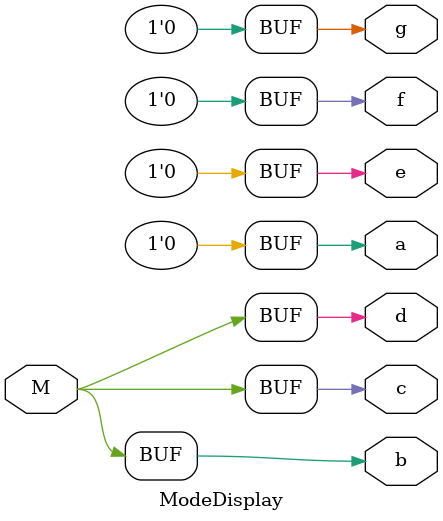
<source format=v>
module ModeDisplay(M , a , b , c , d , e , f , g ) ;
input M ;
output a , b , c , d , e , f , g ;


assign a = 0 ;
assign b = M ;
assign c = M ;
assign d = M ; 
assign e = 0 ;
assign f = 0 ;
assign g = 0 ;

endmodule

</source>
